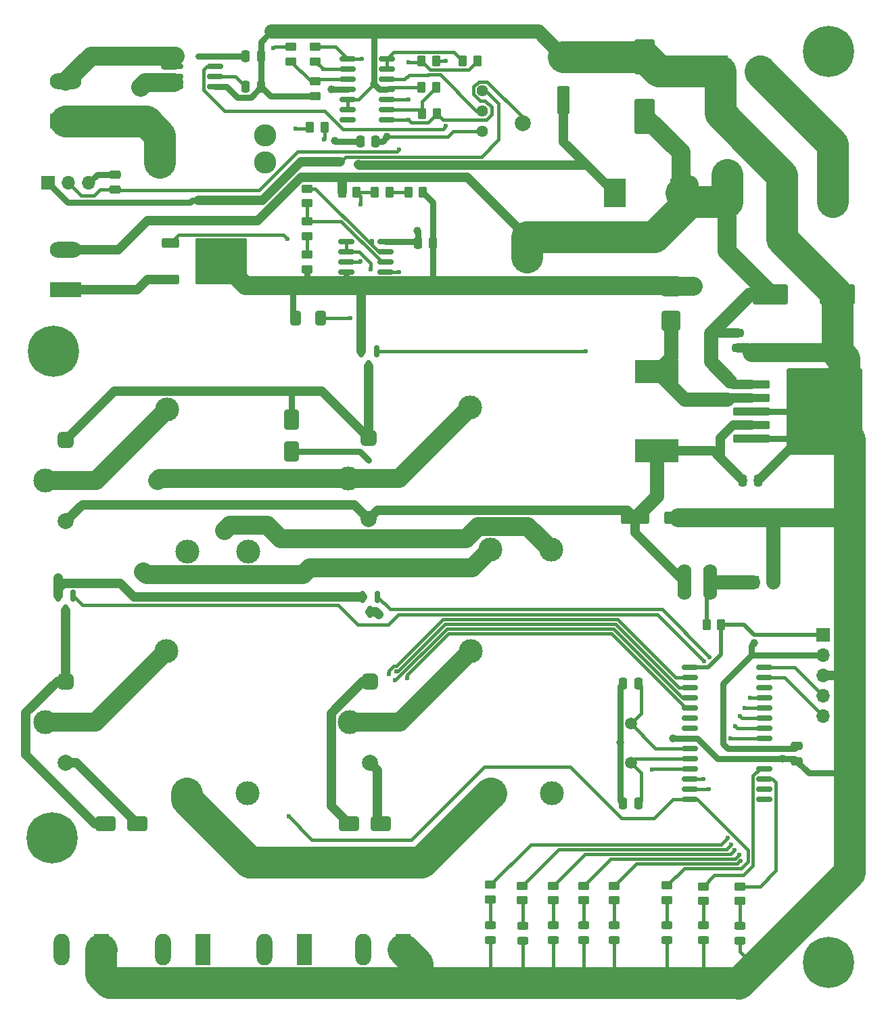
<source format=gtl>
G04 #@! TF.GenerationSoftware,KiCad,Pcbnew,8.0.5*
G04 #@! TF.CreationDate,2024-12-11T17:18:15+01:00*
G04 #@! TF.ProjectId,12VSupport,31325653-7570-4706-9f72-742e6b696361,1.0*
G04 #@! TF.SameCoordinates,Original*
G04 #@! TF.FileFunction,Copper,L1,Top*
G04 #@! TF.FilePolarity,Positive*
%FSLAX46Y46*%
G04 Gerber Fmt 4.6, Leading zero omitted, Abs format (unit mm)*
G04 Created by KiCad (PCBNEW 8.0.5) date 2024-12-11 17:18:15*
%MOMM*%
%LPD*%
G01*
G04 APERTURE LIST*
G04 Aperture macros list*
%AMRoundRect*
0 Rectangle with rounded corners*
0 $1 Rounding radius*
0 $2 $3 $4 $5 $6 $7 $8 $9 X,Y pos of 4 corners*
0 Add a 4 corners polygon primitive as box body*
4,1,4,$2,$3,$4,$5,$6,$7,$8,$9,$2,$3,0*
0 Add four circle primitives for the rounded corners*
1,1,$1+$1,$2,$3*
1,1,$1+$1,$4,$5*
1,1,$1+$1,$6,$7*
1,1,$1+$1,$8,$9*
0 Add four rect primitives between the rounded corners*
20,1,$1+$1,$2,$3,$4,$5,0*
20,1,$1+$1,$4,$5,$6,$7,0*
20,1,$1+$1,$6,$7,$8,$9,0*
20,1,$1+$1,$8,$9,$2,$3,0*%
G04 Aperture macros list end*
G04 #@! TA.AperFunction,SMDPad,CuDef*
%ADD10RoundRect,0.250000X-0.850000X-0.350000X0.850000X-0.350000X0.850000X0.350000X-0.850000X0.350000X0*%
G04 #@! TD*
G04 #@! TA.AperFunction,SMDPad,CuDef*
%ADD11RoundRect,0.250000X-1.275000X-1.125000X1.275000X-1.125000X1.275000X1.125000X-1.275000X1.125000X0*%
G04 #@! TD*
G04 #@! TA.AperFunction,SMDPad,CuDef*
%ADD12RoundRect,0.249997X-2.950003X-2.650003X2.950003X-2.650003X2.950003X2.650003X-2.950003X2.650003X0*%
G04 #@! TD*
G04 #@! TA.AperFunction,ComponentPad*
%ADD13C,0.800000*%
G04 #@! TD*
G04 #@! TA.AperFunction,ComponentPad*
%ADD14C,6.400000*%
G04 #@! TD*
G04 #@! TA.AperFunction,SMDPad,CuDef*
%ADD15RoundRect,0.250000X-0.250000X-0.475000X0.250000X-0.475000X0.250000X0.475000X-0.250000X0.475000X0*%
G04 #@! TD*
G04 #@! TA.AperFunction,SMDPad,CuDef*
%ADD16RoundRect,0.250000X-0.475000X0.250000X-0.475000X-0.250000X0.475000X-0.250000X0.475000X0.250000X0*%
G04 #@! TD*
G04 #@! TA.AperFunction,SMDPad,CuDef*
%ADD17RoundRect,0.250000X-0.450000X0.262500X-0.450000X-0.262500X0.450000X-0.262500X0.450000X0.262500X0*%
G04 #@! TD*
G04 #@! TA.AperFunction,SMDPad,CuDef*
%ADD18RoundRect,0.150000X-0.875000X-0.150000X0.875000X-0.150000X0.875000X0.150000X-0.875000X0.150000X0*%
G04 #@! TD*
G04 #@! TA.AperFunction,ComponentPad*
%ADD19R,1.980000X3.960000*%
G04 #@! TD*
G04 #@! TA.AperFunction,ComponentPad*
%ADD20O,1.980000X3.960000*%
G04 #@! TD*
G04 #@! TA.AperFunction,SMDPad,CuDef*
%ADD21RoundRect,0.250000X-0.262500X-0.450000X0.262500X-0.450000X0.262500X0.450000X-0.262500X0.450000X0*%
G04 #@! TD*
G04 #@! TA.AperFunction,SMDPad,CuDef*
%ADD22RoundRect,0.150000X-0.150000X0.587500X-0.150000X-0.587500X0.150000X-0.587500X0.150000X0.587500X0*%
G04 #@! TD*
G04 #@! TA.AperFunction,SMDPad,CuDef*
%ADD23RoundRect,0.243750X0.456250X-0.243750X0.456250X0.243750X-0.456250X0.243750X-0.456250X-0.243750X0*%
G04 #@! TD*
G04 #@! TA.AperFunction,ComponentPad*
%ADD24C,3.000000*%
G04 #@! TD*
G04 #@! TA.AperFunction,ComponentPad*
%ADD25RoundRect,0.500000X0.500000X0.500000X-0.500000X0.500000X-0.500000X-0.500000X0.500000X-0.500000X0*%
G04 #@! TD*
G04 #@! TA.AperFunction,ComponentPad*
%ADD26C,2.000000*%
G04 #@! TD*
G04 #@! TA.AperFunction,ComponentPad*
%ADD27C,2.780000*%
G04 #@! TD*
G04 #@! TA.AperFunction,ComponentPad*
%ADD28R,1.700000X1.700000*%
G04 #@! TD*
G04 #@! TA.AperFunction,ComponentPad*
%ADD29O,1.700000X1.700000*%
G04 #@! TD*
G04 #@! TA.AperFunction,SMDPad,CuDef*
%ADD30R,5.400000X2.900000*%
G04 #@! TD*
G04 #@! TA.AperFunction,SMDPad,CuDef*
%ADD31RoundRect,0.250000X1.000000X-1.950000X1.000000X1.950000X-1.000000X1.950000X-1.000000X-1.950000X0*%
G04 #@! TD*
G04 #@! TA.AperFunction,ComponentPad*
%ADD32R,3.960000X1.980000*%
G04 #@! TD*
G04 #@! TA.AperFunction,ComponentPad*
%ADD33O,3.960000X1.980000*%
G04 #@! TD*
G04 #@! TA.AperFunction,ComponentPad*
%ADD34C,1.500000*%
G04 #@! TD*
G04 #@! TA.AperFunction,SMDPad,CuDef*
%ADD35RoundRect,0.250000X0.650000X-1.000000X0.650000X1.000000X-0.650000X1.000000X-0.650000X-1.000000X0*%
G04 #@! TD*
G04 #@! TA.AperFunction,SMDPad,CuDef*
%ADD36RoundRect,0.250000X0.250000X0.475000X-0.250000X0.475000X-0.250000X-0.475000X0.250000X-0.475000X0*%
G04 #@! TD*
G04 #@! TA.AperFunction,SMDPad,CuDef*
%ADD37RoundRect,0.250000X1.000000X0.650000X-1.000000X0.650000X-1.000000X-0.650000X1.000000X-0.650000X0*%
G04 #@! TD*
G04 #@! TA.AperFunction,ComponentPad*
%ADD38C,1.440000*%
G04 #@! TD*
G04 #@! TA.AperFunction,SMDPad,CuDef*
%ADD39RoundRect,0.250000X0.450000X-0.262500X0.450000X0.262500X-0.450000X0.262500X-0.450000X-0.262500X0*%
G04 #@! TD*
G04 #@! TA.AperFunction,SMDPad,CuDef*
%ADD40RoundRect,0.250000X-1.500000X-0.550000X1.500000X-0.550000X1.500000X0.550000X-1.500000X0.550000X0*%
G04 #@! TD*
G04 #@! TA.AperFunction,SMDPad,CuDef*
%ADD41RoundRect,0.250000X-1.950000X-1.000000X1.950000X-1.000000X1.950000X1.000000X-1.950000X1.000000X0*%
G04 #@! TD*
G04 #@! TA.AperFunction,SMDPad,CuDef*
%ADD42RoundRect,0.250000X0.900000X-1.000000X0.900000X1.000000X-0.900000X1.000000X-0.900000X-1.000000X0*%
G04 #@! TD*
G04 #@! TA.AperFunction,ComponentPad*
%ADD43R,1.600000X1.600000*%
G04 #@! TD*
G04 #@! TA.AperFunction,ComponentPad*
%ADD44C,1.600000*%
G04 #@! TD*
G04 #@! TA.AperFunction,SMDPad,CuDef*
%ADD45RoundRect,0.150000X-0.825000X-0.150000X0.825000X-0.150000X0.825000X0.150000X-0.825000X0.150000X0*%
G04 #@! TD*
G04 #@! TA.AperFunction,SMDPad,CuDef*
%ADD46RoundRect,0.250000X-2.050000X-0.300000X2.050000X-0.300000X2.050000X0.300000X-2.050000X0.300000X0*%
G04 #@! TD*
G04 #@! TA.AperFunction,SMDPad,CuDef*
%ADD47RoundRect,0.250000X-2.025000X-2.375000X2.025000X-2.375000X2.025000X2.375000X-2.025000X2.375000X0*%
G04 #@! TD*
G04 #@! TA.AperFunction,SMDPad,CuDef*
%ADD48RoundRect,0.250002X-4.449998X-5.149998X4.449998X-5.149998X4.449998X5.149998X-4.449998X5.149998X0*%
G04 #@! TD*
G04 #@! TA.AperFunction,SMDPad,CuDef*
%ADD49RoundRect,0.250000X0.550000X-1.500000X0.550000X1.500000X-0.550000X1.500000X-0.550000X-1.500000X0*%
G04 #@! TD*
G04 #@! TA.AperFunction,SMDPad,CuDef*
%ADD50RoundRect,0.250000X0.475000X-0.250000X0.475000X0.250000X-0.475000X0.250000X-0.475000X-0.250000X0*%
G04 #@! TD*
G04 #@! TA.AperFunction,SMDPad,CuDef*
%ADD51R,2.700000X3.600000*%
G04 #@! TD*
G04 #@! TA.AperFunction,SMDPad,CuDef*
%ADD52O,1.750000X4.500000*%
G04 #@! TD*
G04 #@! TA.AperFunction,SMDPad,CuDef*
%ADD53RoundRect,0.250000X0.412500X0.650000X-0.412500X0.650000X-0.412500X-0.650000X0.412500X-0.650000X0*%
G04 #@! TD*
G04 #@! TA.AperFunction,ViaPad*
%ADD54C,1.000000*%
G04 #@! TD*
G04 #@! TA.AperFunction,ViaPad*
%ADD55C,0.600000*%
G04 #@! TD*
G04 #@! TA.AperFunction,ViaPad*
%ADD56C,1.200000*%
G04 #@! TD*
G04 #@! TA.AperFunction,Conductor*
%ADD57C,2.400000*%
G04 #@! TD*
G04 #@! TA.AperFunction,Conductor*
%ADD58C,1.800000*%
G04 #@! TD*
G04 #@! TA.AperFunction,Conductor*
%ADD59C,1.200000*%
G04 #@! TD*
G04 #@! TA.AperFunction,Conductor*
%ADD60C,4.000000*%
G04 #@! TD*
G04 #@! TA.AperFunction,Conductor*
%ADD61C,0.800000*%
G04 #@! TD*
G04 #@! TA.AperFunction,Conductor*
%ADD62C,0.400000*%
G04 #@! TD*
G04 #@! TA.AperFunction,Conductor*
%ADD63C,0.500000*%
G04 #@! TD*
G04 APERTURE END LIST*
D10*
X61565500Y-70370000D03*
D11*
X66190500Y-71125000D03*
X66190500Y-74175000D03*
D12*
X67865500Y-72650000D03*
D11*
X69540500Y-71125000D03*
X69540500Y-74175000D03*
D10*
X61565500Y-74930000D03*
D13*
X44336000Y-144780000D03*
X45038944Y-143082944D03*
X45038944Y-146477056D03*
X46736000Y-142380000D03*
D14*
X46736000Y-144780000D03*
D13*
X46736000Y-147180000D03*
X48433056Y-143082944D03*
X48433056Y-146477056D03*
X49136000Y-144780000D03*
D15*
X70955500Y-46990000D03*
X72855500Y-46990000D03*
D16*
X139954000Y-133289000D03*
X139954000Y-135189000D03*
D17*
X128225000Y-150852500D03*
X128225000Y-152677500D03*
D18*
X126590000Y-123444000D03*
X126590000Y-124714000D03*
X126590000Y-125984000D03*
X126590000Y-127254000D03*
X126590000Y-128524000D03*
X126590000Y-129794000D03*
X126590000Y-131064000D03*
X126590000Y-132334000D03*
X126590000Y-133604000D03*
X126590000Y-134874000D03*
X126590000Y-136144000D03*
X126590000Y-137414000D03*
X126590000Y-138684000D03*
X126590000Y-139954000D03*
X135890000Y-139954000D03*
X135890000Y-138684000D03*
X135890000Y-137414000D03*
X135890000Y-136144000D03*
X135890000Y-134874000D03*
X135890000Y-133604000D03*
X135890000Y-132334000D03*
X135890000Y-131064000D03*
X135890000Y-129794000D03*
X135890000Y-128524000D03*
X135890000Y-127254000D03*
X135890000Y-125984000D03*
X135890000Y-124714000D03*
X135890000Y-123444000D03*
D19*
X78283000Y-158750000D03*
D20*
X73283000Y-158750000D03*
D17*
X101600000Y-150647000D03*
X101600000Y-152472000D03*
D21*
X91289500Y-64008000D03*
X93114500Y-64008000D03*
D22*
X87310000Y-83898500D03*
X85410000Y-83898500D03*
X86360000Y-85773500D03*
D19*
X130331000Y-48895000D03*
D20*
X135331000Y-48895000D03*
D23*
X123698000Y-157577000D03*
X123698000Y-155702000D03*
D24*
X83945000Y-130310000D03*
X99145000Y-121410000D03*
X109285000Y-139210000D03*
X101685000Y-139210000D03*
D25*
X86485000Y-125210000D03*
D26*
X86485000Y-135410000D03*
D27*
X131185000Y-61793000D03*
X131185000Y-65193000D03*
X144393000Y-61793000D03*
X144393000Y-65193000D03*
D23*
X109474000Y-157577000D03*
X109474000Y-155702000D03*
D13*
X141537056Y-46401056D03*
X142240000Y-44704000D03*
X142240000Y-48098112D03*
X143937056Y-44001056D03*
D14*
X143937056Y-46401056D03*
D13*
X143937056Y-48801056D03*
X145634112Y-44704000D03*
X145634112Y-48098112D03*
X146337056Y-46401056D03*
D15*
X70960500Y-50800000D03*
X72860500Y-50800000D03*
D17*
X105537000Y-150774000D03*
X105537000Y-152599000D03*
D28*
X143256000Y-119385000D03*
D29*
X143256000Y-121925000D03*
X143256000Y-124465000D03*
X143256000Y-127005000D03*
X143256000Y-129545000D03*
D24*
X45845000Y-130310000D03*
X61045000Y-121410000D03*
X71185000Y-139210000D03*
X63585000Y-139210000D03*
D25*
X48385000Y-125210000D03*
D26*
X48385000Y-135410000D03*
D21*
X78994000Y-55880000D03*
X80819000Y-55880000D03*
D30*
X122435000Y-86490000D03*
X122435000Y-96390000D03*
D21*
X128627500Y-118110000D03*
X130452500Y-118110000D03*
D15*
X133162000Y-100076000D03*
X135062000Y-100076000D03*
D19*
X90678000Y-158750000D03*
D20*
X85678000Y-158750000D03*
D21*
X98124000Y-47625000D03*
X99949000Y-47625000D03*
X92964000Y-50927000D03*
X94789000Y-50927000D03*
X93044000Y-54229000D03*
X94869000Y-54229000D03*
X83011000Y-64008000D03*
X84836000Y-64008000D03*
D23*
X105664000Y-157704000D03*
X105664000Y-155829000D03*
D17*
X132797000Y-150852500D03*
X132797000Y-152677500D03*
D31*
X120904000Y-54500000D03*
X120904000Y-47100000D03*
D17*
X123698000Y-150750500D03*
X123698000Y-152575500D03*
D32*
X48410500Y-55165000D03*
D33*
X48410500Y-50165000D03*
D17*
X78636500Y-63580000D03*
X78636500Y-65405000D03*
X78636500Y-71835000D03*
X78636500Y-73660000D03*
D19*
X65583000Y-158750000D03*
D20*
X60583000Y-158750000D03*
D16*
X132595000Y-81600000D03*
X132595000Y-83500000D03*
D23*
X128225000Y-157607000D03*
X128225000Y-155732000D03*
D17*
X78636500Y-67667500D03*
X78636500Y-69492500D03*
D34*
X119175000Y-130519000D03*
X119175000Y-135419000D03*
D22*
X49360500Y-114457000D03*
X47460500Y-114457000D03*
X48410500Y-116332000D03*
D35*
X76708000Y-96488000D03*
X76708000Y-92488000D03*
D17*
X76604500Y-45823500D03*
X76604500Y-47648500D03*
D13*
X44463000Y-83947000D03*
X45165944Y-82249944D03*
X45165944Y-85644056D03*
X46863000Y-81547000D03*
D14*
X46863000Y-83947000D03*
D13*
X46863000Y-86347000D03*
X48560056Y-82249944D03*
X48560056Y-85644056D03*
X49263000Y-83947000D03*
D23*
X113284000Y-157577000D03*
X113284000Y-155702000D03*
D36*
X120076000Y-140462000D03*
X118176000Y-140462000D03*
D37*
X87852000Y-143002000D03*
X83852000Y-143002000D03*
D17*
X117094000Y-150774000D03*
X117094000Y-152599000D03*
D38*
X100584000Y-51308000D03*
X100584000Y-53848000D03*
X100584000Y-56388000D03*
D39*
X79652500Y-47648500D03*
X79652500Y-45823500D03*
D22*
X87460500Y-114632500D03*
X85560500Y-114632500D03*
X86510500Y-116507500D03*
D21*
X87098500Y-64008000D03*
X88923500Y-64008000D03*
D26*
X105664000Y-55372000D03*
D36*
X120076000Y-125476000D03*
X118176000Y-125476000D03*
D40*
X119735000Y-104775000D03*
X125135000Y-104775000D03*
D24*
X83818000Y-99830000D03*
X99018000Y-90930000D03*
X109158000Y-108730000D03*
X101558000Y-108730000D03*
D25*
X86358000Y-94730000D03*
D26*
X86358000Y-104930000D03*
D41*
X136650000Y-76835000D03*
X145050000Y-76835000D03*
D42*
X124206000Y-80128000D03*
X124206000Y-75828000D03*
D23*
X132842000Y-157655500D03*
X132842000Y-155780500D03*
D43*
X134453621Y-112776000D03*
D44*
X136953621Y-112776000D03*
D17*
X109474000Y-150774000D03*
X109474000Y-152599000D03*
D45*
X62125500Y-46990000D03*
X62125500Y-48260000D03*
X62125500Y-49530000D03*
X62125500Y-50800000D03*
X67075500Y-50800000D03*
X67075500Y-49530000D03*
X67075500Y-48260000D03*
X67075500Y-46990000D03*
X83527500Y-70231000D03*
X83527500Y-71501000D03*
X83527500Y-72771000D03*
X83527500Y-74041000D03*
X88477500Y-74041000D03*
X88477500Y-72771000D03*
X88477500Y-71501000D03*
X88477500Y-70231000D03*
D19*
X52883000Y-158750000D03*
D20*
X47883000Y-158750000D03*
D46*
X134240000Y-88040000D03*
X134240000Y-89740000D03*
X134240000Y-91440000D03*
D47*
X140965000Y-88665000D03*
X140965000Y-94215000D03*
D48*
X143390000Y-91440000D03*
D47*
X145815000Y-88665000D03*
X145815000Y-94215000D03*
D46*
X134240000Y-93140000D03*
X134240000Y-94840000D03*
D49*
X110744000Y-52484000D03*
X110744000Y-47084000D03*
D23*
X101600000Y-157577000D03*
X101600000Y-155702000D03*
D24*
X45887000Y-100086000D03*
X61087000Y-91186000D03*
X71227000Y-108986000D03*
X63627000Y-108986000D03*
D25*
X48427000Y-94986000D03*
D26*
X48427000Y-105186000D03*
D50*
X54610000Y-63688000D03*
X54610000Y-61788000D03*
D51*
X117135000Y-64135000D03*
X125435000Y-64135000D03*
D23*
X117094000Y-157577000D03*
X117094000Y-155702000D03*
D17*
X113284000Y-150774000D03*
X113284000Y-152599000D03*
D21*
X92964000Y-47625000D03*
X94789000Y-47625000D03*
D52*
X125883000Y-112776000D03*
X129133000Y-112776000D03*
D27*
X60198000Y-56896000D03*
X60198000Y-60296000D03*
X73406000Y-56896000D03*
X73406000Y-60296000D03*
D37*
X57372000Y-143002000D03*
X53372000Y-143002000D03*
D32*
X48410500Y-76200000D03*
D33*
X48410500Y-71200000D03*
D28*
X46228000Y-62865000D03*
D29*
X48768000Y-62865000D03*
X51308000Y-62865000D03*
D39*
X79652500Y-51966500D03*
X79652500Y-50141500D03*
D15*
X85283000Y-57658000D03*
X87183000Y-57658000D03*
D45*
X83696000Y-47371000D03*
X83696000Y-48641000D03*
X83696000Y-49911000D03*
X83696000Y-51181000D03*
X83696000Y-52451000D03*
X83696000Y-53721000D03*
X83696000Y-54991000D03*
X88646000Y-54991000D03*
X88646000Y-53721000D03*
X88646000Y-52451000D03*
X88646000Y-51181000D03*
X88646000Y-49911000D03*
X88646000Y-48641000D03*
X88646000Y-47371000D03*
D15*
X92484500Y-70358000D03*
X94384500Y-70358000D03*
D53*
X80302500Y-79756000D03*
X77177500Y-79756000D03*
D13*
X141491000Y-160401000D03*
X142193944Y-158703944D03*
X142193944Y-162098056D03*
X143891000Y-158001000D03*
D14*
X143891000Y-160401000D03*
D13*
X143891000Y-162801000D03*
X145588056Y-158703944D03*
X145588056Y-162098056D03*
X146291000Y-160401000D03*
D54*
X134620000Y-120396000D03*
X110744000Y-75741000D03*
X134112000Y-57912000D03*
X115316000Y-47100000D03*
X147066000Y-95504000D03*
X143510000Y-91440000D03*
X139446000Y-84074000D03*
X127000000Y-75819000D03*
X127762000Y-104775000D03*
X145050000Y-79248000D03*
X71120000Y-114632500D03*
X127762000Y-162930000D03*
X99822000Y-43911000D03*
X130331000Y-53340000D03*
X129286000Y-104775000D03*
X65913000Y-74295000D03*
X117825000Y-132842000D03*
X124460000Y-132334000D03*
X47498000Y-112268000D03*
X138946000Y-70731000D03*
X82550000Y-114632500D03*
X139700000Y-87122000D03*
X138085000Y-62992000D03*
X106680000Y-43911000D03*
X145050000Y-82042000D03*
X146558000Y-115316000D03*
X135878000Y-99302000D03*
X54532000Y-162892000D03*
X139700000Y-95504000D03*
X138176000Y-134874000D03*
X86868000Y-43911000D03*
X108458000Y-162930000D03*
X147066000Y-91440000D03*
X146515000Y-132207000D03*
X71120000Y-162930000D03*
X143327500Y-75112500D03*
X146515000Y-104648000D03*
X78740000Y-75741000D03*
X85471000Y-75741000D03*
X69977000Y-74295000D03*
X119634000Y-75741000D03*
X139700000Y-91440000D03*
X74168000Y-43911000D03*
X92456000Y-162930000D03*
X140589000Y-155067000D03*
X69977000Y-70993000D03*
X88646000Y-57091975D03*
X65913000Y-70993000D03*
X97790000Y-75741000D03*
X134366000Y-84074000D03*
X146515000Y-145034000D03*
X143510000Y-87122000D03*
X125476000Y-48895000D03*
X147066000Y-87122000D03*
X143510000Y-95504000D03*
X86995000Y-50504999D03*
D55*
X65024000Y-46990000D03*
X65024000Y-65024000D03*
X86358000Y-97575748D03*
D54*
X82804000Y-60198000D03*
X106172000Y-72136000D03*
X106172000Y-69596000D03*
X106172000Y-70866000D03*
D55*
X84074000Y-79756000D03*
X85344000Y-65532000D03*
X85344000Y-72644000D03*
X90170000Y-74041000D03*
X90152025Y-58691975D03*
D54*
X85090000Y-60579000D03*
X82105500Y-57594500D03*
X92456000Y-60665000D03*
X92456000Y-68834000D03*
X81661000Y-51181000D03*
D55*
X87630000Y-116840000D03*
X60706000Y-48260000D03*
X60706000Y-46990000D03*
X77216000Y-56030500D03*
D56*
X58166000Y-111506000D03*
X59944000Y-100076000D03*
X57785000Y-50927000D03*
D55*
X60706000Y-49530000D03*
X60706000Y-50800000D03*
X129032000Y-122174000D03*
X128905000Y-138684000D03*
X128332000Y-122682000D03*
X128270000Y-137414000D03*
X113538000Y-83898500D03*
X121793000Y-136271000D03*
X76138000Y-69850000D03*
X76327000Y-142113000D03*
X89789000Y-123952000D03*
X86741000Y-70104000D03*
X131318000Y-144780000D03*
X131612000Y-132334000D03*
X131699000Y-145669000D03*
X132212000Y-130810000D03*
X132812000Y-129540000D03*
X132110598Y-146354997D03*
X133412000Y-128524000D03*
X132696831Y-146919574D03*
X132909129Y-147690893D03*
X134112000Y-127254000D03*
X88900000Y-124333000D03*
X86614000Y-73660000D03*
X85471000Y-47371000D03*
X89662000Y-125095000D03*
X91186000Y-124841000D03*
X91313000Y-54991000D03*
X96012000Y-47625000D03*
X96012000Y-55753000D03*
D56*
X68285000Y-106385000D03*
D55*
X74422000Y-45974000D03*
X80772000Y-57404000D03*
X80645000Y-48641000D03*
X91313000Y-52451000D03*
X91313000Y-47752000D03*
D57*
X83810000Y-99822000D02*
X83818000Y-99830000D01*
X59944000Y-100076000D02*
X60198000Y-99822000D01*
X60198000Y-99822000D02*
X83810000Y-99822000D01*
D58*
X124206000Y-84719000D02*
X122435000Y-86490000D01*
X124206000Y-80128000D02*
X124206000Y-84719000D01*
D59*
X146510000Y-124465000D02*
X146515000Y-124460000D01*
X143256000Y-124465000D02*
X146510000Y-124465000D01*
D60*
X146515000Y-129540000D02*
X146515000Y-124460000D01*
X146515000Y-124460000D02*
X146515000Y-117221000D01*
D61*
X130712000Y-125473000D02*
X134260000Y-121925000D01*
X135890000Y-133604000D02*
X131318000Y-133604000D01*
X131318000Y-133604000D02*
X130712000Y-132998000D01*
X130712000Y-132998000D02*
X130712000Y-125473000D01*
D62*
X138430000Y-124714000D02*
X143256000Y-129540000D01*
X143256000Y-129540000D02*
X143256000Y-129545000D01*
X135890000Y-124714000D02*
X138430000Y-124714000D01*
X139695000Y-123444000D02*
X143256000Y-127005000D01*
X135890000Y-123444000D02*
X139695000Y-123444000D01*
D63*
X128627500Y-113281500D02*
X129133000Y-112776000D01*
X128627500Y-118110000D02*
X128627500Y-113281500D01*
D61*
X134260000Y-120756000D02*
X134620000Y-120396000D01*
X134260000Y-121925000D02*
X134260000Y-120756000D01*
X134260000Y-121925000D02*
X143256000Y-121925000D01*
D63*
X133350000Y-118110000D02*
X134625000Y-119385000D01*
X134625000Y-119385000D02*
X143256000Y-119385000D01*
X130452500Y-118110000D02*
X133350000Y-118110000D01*
X130452500Y-121814161D02*
X130452500Y-118110000D01*
X128822661Y-123444000D02*
X130452500Y-121814161D01*
X126590000Y-123444000D02*
X128822661Y-123444000D01*
D60*
X92456000Y-162930000D02*
X101600000Y-162930000D01*
D62*
X128225000Y-157607000D02*
X128225000Y-162467000D01*
D61*
X135890000Y-134874000D02*
X138176000Y-134874000D01*
X72860500Y-46995000D02*
X72855500Y-46990000D01*
X94384500Y-70358000D02*
X94384500Y-75383500D01*
D60*
X120904000Y-47100000D02*
X115316000Y-47100000D01*
D62*
X88900000Y-50927000D02*
X88646000Y-51181000D01*
D57*
X94742000Y-75741000D02*
X97790000Y-75741000D01*
D58*
X106680000Y-43911000D02*
X99822000Y-43911000D01*
D60*
X145050000Y-82042000D02*
X145050000Y-83820000D01*
X122699000Y-48895000D02*
X120904000Y-47100000D01*
D61*
X94384500Y-65278000D02*
X93114500Y-64008000D01*
D60*
X146515000Y-104902000D02*
X146515000Y-104648000D01*
D57*
X124119000Y-75741000D02*
X124206000Y-75828000D01*
D62*
X96215025Y-57091975D02*
X88646000Y-57091975D01*
D59*
X135104000Y-100076000D02*
X135878000Y-99302000D01*
D61*
X146261000Y-136652000D02*
X146515000Y-136398000D01*
D60*
X123571000Y-162930000D02*
X127762000Y-162930000D01*
D62*
X109474000Y-157577000D02*
X109474000Y-162676000D01*
D59*
X48116500Y-112919500D02*
X47460500Y-113575500D01*
D57*
X139446000Y-84074000D02*
X134366000Y-84074000D01*
D61*
X126590000Y-132334000D02*
X124460000Y-132334000D01*
D60*
X132631000Y-163025000D02*
X134747000Y-160909000D01*
D61*
X76858500Y-75844500D02*
X76962000Y-75741000D01*
D60*
X127762000Y-162930000D02*
X132536000Y-162930000D01*
D58*
X136953621Y-112776000D02*
X136953621Y-105076621D01*
D60*
X92456000Y-162930000D02*
X92456000Y-160528000D01*
X109728000Y-162930000D02*
X113792000Y-162930000D01*
D61*
X76858500Y-79756000D02*
X76858500Y-75844500D01*
X72855500Y-45223500D02*
X72855500Y-46990000D01*
X79652500Y-51966500D02*
X74027000Y-51966500D01*
X141417000Y-136652000D02*
X146261000Y-136652000D01*
D62*
X132842000Y-159004000D02*
X134747000Y-160909000D01*
D60*
X92456000Y-160528000D02*
X90678000Y-158750000D01*
D61*
X126590000Y-132334000D02*
X127508000Y-132334000D01*
D62*
X128195000Y-157577000D02*
X128225000Y-157607000D01*
D61*
X134240000Y-91440000D02*
X143390000Y-91440000D01*
D60*
X54532000Y-162892000D02*
X54570000Y-162930000D01*
D61*
X72855500Y-50795000D02*
X72860500Y-50800000D01*
D62*
X113284000Y-157577000D02*
X113284000Y-162422000D01*
D61*
X88646000Y-51181000D02*
X87671001Y-51181000D01*
D60*
X101600000Y-162930000D02*
X105664000Y-162930000D01*
X52832000Y-158801000D02*
X52883000Y-158750000D01*
D57*
X78740000Y-75741000D02*
X83566000Y-75741000D01*
X146825000Y-94875000D02*
X143390000Y-91440000D01*
D61*
X68580000Y-50800000D02*
X69905000Y-52125000D01*
D60*
X145815000Y-84839000D02*
X145050000Y-84074000D01*
X138085000Y-61885000D02*
X134112000Y-57912000D01*
D58*
X99822000Y-43911000D02*
X94234000Y-43911000D01*
D61*
X52385000Y-61788000D02*
X54610000Y-61788000D01*
D57*
X83566000Y-75741000D02*
X85471000Y-75741000D01*
D62*
X123698000Y-162803000D02*
X123571000Y-162930000D01*
D60*
X113792000Y-162930000D02*
X117348000Y-162930000D01*
D61*
X127508000Y-132334000D02*
X130048000Y-134874000D01*
X69905000Y-52125000D02*
X71573000Y-52125000D01*
X94384500Y-70358000D02*
X94384500Y-65278000D01*
X130048000Y-134874000D02*
X135890000Y-134874000D01*
D57*
X146388000Y-104775000D02*
X146515000Y-104902000D01*
D60*
X145050000Y-76835000D02*
X145050000Y-79248000D01*
D61*
X67075500Y-50800000D02*
X68580000Y-50800000D01*
D62*
X105664000Y-157704000D02*
X105664000Y-162930000D01*
D60*
X53926000Y-162892000D02*
X52832000Y-161798000D01*
D62*
X83696000Y-52451000D02*
X85048999Y-52451000D01*
D60*
X108458000Y-162930000D02*
X109728000Y-162930000D01*
D62*
X117094000Y-157577000D02*
X117094000Y-162676000D01*
D60*
X146515000Y-112776000D02*
X146515000Y-104902000D01*
D61*
X83527500Y-74041000D02*
X83527500Y-75702500D01*
D60*
X52832000Y-161798000D02*
X52832000Y-158801000D01*
D57*
X136652000Y-104775000D02*
X146388000Y-104775000D01*
D59*
X132595000Y-83500000D02*
X133792000Y-83500000D01*
D58*
X107571000Y-43911000D02*
X110744000Y-47084000D01*
X86868000Y-43911000D02*
X74168000Y-43911000D01*
D57*
X126991000Y-75828000D02*
X124206000Y-75828000D01*
X127762000Y-104775000D02*
X129286000Y-104775000D01*
D60*
X145050000Y-79248000D02*
X145050000Y-82042000D01*
D62*
X129635000Y-163025000D02*
X132631000Y-163025000D01*
D57*
X110744000Y-75741000D02*
X119634000Y-75741000D01*
D60*
X105664000Y-162930000D02*
X108458000Y-162930000D01*
D61*
X94384500Y-75383500D02*
X94742000Y-75741000D01*
X72860500Y-50837500D02*
X72860500Y-50800000D01*
D60*
X134112000Y-57912000D02*
X130331000Y-54131000D01*
D58*
X106680000Y-43911000D02*
X107571000Y-43911000D01*
D60*
X125476000Y-48895000D02*
X122699000Y-48895000D01*
D59*
X47460500Y-114457000D02*
X47498000Y-114419500D01*
D60*
X115316000Y-47100000D02*
X110760000Y-47100000D01*
D62*
X85048999Y-52451000D02*
X86995000Y-50504999D01*
D58*
X136953621Y-105076621D02*
X136652000Y-104775000D01*
D60*
X146515000Y-104648000D02*
X146515000Y-94915000D01*
D61*
X87183000Y-57658000D02*
X88079975Y-57658000D01*
X74168000Y-43911000D02*
X72855500Y-45223500D01*
X78636500Y-73660000D02*
X78636500Y-75637500D01*
D57*
X67865500Y-72650000D02*
X70956500Y-75741000D01*
D59*
X133792000Y-83500000D02*
X134366000Y-84074000D01*
D61*
X71573000Y-52125000D02*
X72860500Y-50837500D01*
D62*
X101600000Y-157577000D02*
X101600000Y-162930000D01*
D60*
X140589000Y-155067000D02*
X134747000Y-160909000D01*
D62*
X113284000Y-162422000D02*
X113792000Y-162930000D01*
D61*
X74027000Y-51966500D02*
X72860500Y-50800000D01*
D60*
X138085000Y-69870000D02*
X138085000Y-62992000D01*
D59*
X85560500Y-114632500D02*
X82550000Y-114632500D01*
D57*
X70956500Y-75741000D02*
X76962000Y-75741000D01*
D62*
X117094000Y-162676000D02*
X117348000Y-162930000D01*
D59*
X82550000Y-114632500D02*
X71120000Y-114632500D01*
D61*
X83527500Y-75702500D02*
X83566000Y-75741000D01*
X86995000Y-50504999D02*
X86995000Y-43911000D01*
D59*
X135062000Y-100076000D02*
X135104000Y-100076000D01*
D62*
X96919000Y-56388000D02*
X100584000Y-56388000D01*
D61*
X134240000Y-94840000D02*
X140340000Y-94840000D01*
D60*
X146515000Y-94915000D02*
X145815000Y-94215000D01*
X117348000Y-162930000D02*
X123571000Y-162930000D01*
D61*
X117825000Y-125827000D02*
X118176000Y-125476000D01*
X139954000Y-135189000D02*
X141417000Y-136652000D01*
X140340000Y-94840000D02*
X140965000Y-94215000D01*
D60*
X145815000Y-88665000D02*
X145815000Y-84839000D01*
D61*
X88079975Y-57658000D02*
X88646000Y-57091975D01*
D60*
X132536000Y-162930000D02*
X132631000Y-163025000D01*
D57*
X76962000Y-75741000D02*
X78740000Y-75741000D01*
D59*
X85410000Y-75929000D02*
X85598000Y-75741000D01*
D61*
X118176000Y-140462000D02*
X117825000Y-140111000D01*
D60*
X130331000Y-53340000D02*
X130331000Y-48895000D01*
D59*
X55261500Y-112919500D02*
X48116500Y-112919500D01*
D60*
X145050000Y-83820000D02*
X145050000Y-84074000D01*
D61*
X72855500Y-46990000D02*
X72855500Y-50795000D01*
D57*
X85471000Y-75741000D02*
X85598000Y-75741000D01*
D60*
X143327500Y-75112500D02*
X138946000Y-70731000D01*
D57*
X85598000Y-75741000D02*
X94742000Y-75741000D01*
D60*
X146515000Y-136398000D02*
X146515000Y-132207000D01*
D59*
X47460500Y-113575500D02*
X47460500Y-114457000D01*
D62*
X129495000Y-162885000D02*
X129635000Y-163025000D01*
D60*
X130331000Y-54131000D02*
X130331000Y-53340000D01*
X54570000Y-162930000D02*
X71120000Y-162930000D01*
X140589000Y-155067000D02*
X146515000Y-149141000D01*
D61*
X138176000Y-134874000D02*
X139639000Y-134874000D01*
X117825000Y-140111000D02*
X117825000Y-132842000D01*
D60*
X145050000Y-76835000D02*
X143327500Y-75112500D01*
X146515000Y-145034000D02*
X146515000Y-136398000D01*
D57*
X97790000Y-75741000D02*
X110744000Y-75741000D01*
D61*
X78636500Y-75637500D02*
X78740000Y-75741000D01*
D60*
X146515000Y-149141000D02*
X146515000Y-145034000D01*
D62*
X92964000Y-50927000D02*
X88900000Y-50927000D01*
X132842000Y-157655500D02*
X132842000Y-159004000D01*
D60*
X146515000Y-132207000D02*
X146515000Y-129540000D01*
D58*
X94234000Y-43911000D02*
X86995000Y-43911000D01*
D61*
X139639000Y-134874000D02*
X139954000Y-135189000D01*
X117825000Y-132842000D02*
X117825000Y-125827000D01*
D62*
X109474000Y-162676000D02*
X109728000Y-162930000D01*
D60*
X130331000Y-48895000D02*
X125476000Y-48895000D01*
X54532000Y-162892000D02*
X53926000Y-162892000D01*
D62*
X132793500Y-157607000D02*
X132842000Y-157655500D01*
D60*
X146515000Y-117221000D02*
X146515000Y-112776000D01*
X138946000Y-70731000D02*
X138085000Y-69870000D01*
D57*
X127000000Y-75819000D02*
X126991000Y-75828000D01*
X125135000Y-104775000D02*
X127762000Y-104775000D01*
D59*
X136386000Y-98794000D02*
X140965000Y-94215000D01*
D57*
X145050000Y-84074000D02*
X139446000Y-84074000D01*
X129286000Y-104775000D02*
X136652000Y-104775000D01*
D61*
X51308000Y-62865000D02*
X52385000Y-61788000D01*
D60*
X138085000Y-62992000D02*
X138085000Y-61885000D01*
D59*
X85410000Y-83898500D02*
X85410000Y-75929000D01*
X56974500Y-114632500D02*
X55261500Y-112919500D01*
D60*
X110760000Y-47100000D02*
X110744000Y-47084000D01*
D57*
X119634000Y-75741000D02*
X124119000Y-75741000D01*
D61*
X87671001Y-51181000D02*
X86995000Y-50504999D01*
D59*
X71120000Y-114632500D02*
X56974500Y-114632500D01*
D62*
X128225000Y-162467000D02*
X127762000Y-162930000D01*
D60*
X92456000Y-162930000D02*
X71120000Y-162930000D01*
D62*
X83696000Y-53721000D02*
X83696000Y-52451000D01*
D59*
X135878000Y-99302000D02*
X136386000Y-98794000D01*
D62*
X96215025Y-57091975D02*
X96919000Y-56388000D01*
X123698000Y-157577000D02*
X123698000Y-162803000D01*
D59*
X47498000Y-114419500D02*
X47498000Y-112268000D01*
D61*
X64262000Y-65024000D02*
X64021000Y-65265000D01*
D62*
X102616000Y-57404000D02*
X102616000Y-52959000D01*
D59*
X87410000Y-136335000D02*
X87410000Y-142560000D01*
D62*
X100965000Y-51308000D02*
X100584000Y-51308000D01*
D59*
X87410000Y-136335000D02*
X86485000Y-135410000D01*
X49780000Y-135410000D02*
X57372000Y-143002000D01*
X84552000Y-103124000D02*
X86358000Y-104930000D01*
X48385000Y-135410000D02*
X49780000Y-135410000D01*
D61*
X86358000Y-97575748D02*
X85270252Y-96488000D01*
D59*
X87725001Y-142875001D02*
X87852000Y-142875001D01*
X133162000Y-100076000D02*
X129476000Y-96390000D01*
D62*
X83423001Y-59578999D02*
X100441001Y-59578999D01*
D59*
X48427000Y-105186000D02*
X50489000Y-103124000D01*
D61*
X48628000Y-65265000D02*
X46228000Y-62865000D01*
X67075500Y-46990000D02*
X65024000Y-46990000D01*
D62*
X82804000Y-60198000D02*
X83423001Y-59578999D01*
D59*
X130335000Y-94745000D02*
X130335000Y-97249000D01*
X82804000Y-60198000D02*
X77834250Y-60198000D01*
X73008250Y-65024000D02*
X65024000Y-65024000D01*
X77834250Y-60198000D02*
X73008250Y-65024000D01*
X119735000Y-104775000D02*
X118790000Y-103830000D01*
D61*
X85270252Y-96488000D02*
X76708000Y-96488000D01*
D59*
X87458000Y-103830000D02*
X86358000Y-104930000D01*
D58*
X122435000Y-102075000D02*
X119735000Y-104775000D01*
D59*
X119735000Y-106628000D02*
X125883000Y-112776000D01*
D61*
X65024000Y-65024000D02*
X64262000Y-65024000D01*
D59*
X129476000Y-96390000D02*
X122435000Y-96390000D01*
X119735000Y-104775000D02*
X119735000Y-106628000D01*
X118790000Y-103830000D02*
X87458000Y-103830000D01*
X134240000Y-93140000D02*
X131940000Y-93140000D01*
D61*
X67075500Y-46990000D02*
X70955500Y-46990000D01*
X64021000Y-65265000D02*
X48628000Y-65265000D01*
D59*
X131940000Y-93140000D02*
X130335000Y-94745000D01*
D58*
X122435000Y-96390000D02*
X122435000Y-102075000D01*
D59*
X87410000Y-142560000D02*
X87725001Y-142875001D01*
D62*
X102616000Y-52959000D02*
X100965000Y-51308000D01*
X100441001Y-59578999D02*
X102616000Y-57404000D01*
D59*
X50489000Y-103124000D02*
X84552000Y-103124000D01*
D57*
X131185000Y-71370000D02*
X131185000Y-65193000D01*
D59*
X136523000Y-76962000D02*
X136650000Y-76835000D01*
D57*
X125435000Y-64135000D02*
X125435000Y-59031000D01*
D59*
X58674000Y-67564000D02*
X72448148Y-67564000D01*
D60*
X63585000Y-140005500D02*
X63585000Y-139210000D01*
D58*
X129159000Y-85217000D02*
X131572000Y-87630000D01*
D59*
X83058000Y-62153000D02*
X98729000Y-62153000D01*
D60*
X71407500Y-147828000D02*
X63585000Y-140005500D01*
D59*
X55038000Y-71200000D02*
X58674000Y-67564000D01*
D57*
X125435000Y-59031000D02*
X120904000Y-54500000D01*
D60*
X131185000Y-65193000D02*
X126493000Y-65193000D01*
D58*
X133985000Y-76835000D02*
X129159000Y-81661000D01*
D57*
X136650000Y-76835000D02*
X131185000Y-71370000D01*
D60*
X131185000Y-65193000D02*
X131185000Y-61793000D01*
D59*
X48410500Y-71200000D02*
X55038000Y-71200000D01*
X83011000Y-62200000D02*
X83011000Y-64008000D01*
D60*
X126493000Y-65193000D02*
X125435000Y-64135000D01*
D59*
X134240000Y-88040000D02*
X131982000Y-88040000D01*
D58*
X129159000Y-81661000D02*
X129159000Y-85217000D01*
D59*
X77859148Y-62153000D02*
X83058000Y-62153000D01*
D60*
X101685000Y-139210000D02*
X101582000Y-139210000D01*
X126493000Y-65193000D02*
X122090000Y-69596000D01*
D59*
X83058000Y-62153000D02*
X83011000Y-62200000D01*
D57*
X126490000Y-63080000D02*
X125435000Y-64135000D01*
D60*
X122090000Y-69596000D02*
X106172000Y-69596000D01*
D59*
X98729000Y-62153000D02*
X106172000Y-69596000D01*
D58*
X136650000Y-76835000D02*
X133985000Y-76835000D01*
D59*
X72448148Y-67564000D02*
X77859148Y-62153000D01*
X129220000Y-81600000D02*
X129159000Y-81661000D01*
X132595000Y-81600000D02*
X129220000Y-81600000D01*
X131982000Y-88040000D02*
X131572000Y-87630000D01*
D60*
X101582000Y-139210000D02*
X92964000Y-147828000D01*
X92964000Y-147828000D02*
X71407500Y-147828000D01*
X106172000Y-72136000D02*
X106172000Y-69596000D01*
D62*
X85344000Y-65532000D02*
X85344000Y-64516000D01*
X80458500Y-79756000D02*
X84074000Y-79756000D01*
X84836000Y-64008000D02*
X87098500Y-64008000D01*
X83527500Y-72771000D02*
X85217000Y-72771000D01*
X85217000Y-72771000D02*
X85344000Y-72644000D01*
X85344000Y-64516000D02*
X84836000Y-64008000D01*
X52747742Y-63688000D02*
X54610000Y-63688000D01*
X48768000Y-62865000D02*
X50368000Y-64465000D01*
X72644000Y-63754000D02*
X54676000Y-63754000D01*
D61*
X48768000Y-62870584D02*
X48768000Y-62865000D01*
D62*
X51970742Y-64465000D02*
X52747742Y-63688000D01*
X89916000Y-58928000D02*
X77470000Y-58928000D01*
X90152025Y-58691975D02*
X89916000Y-58928000D01*
X54676000Y-63754000D02*
X54610000Y-63688000D01*
X50368000Y-64465000D02*
X51970742Y-64465000D01*
X77470000Y-58928000D02*
X72644000Y-63754000D01*
X90170000Y-74041000D02*
X88477500Y-74041000D01*
D61*
X88477500Y-70231000D02*
X92357500Y-70231000D01*
D59*
X113665000Y-60665000D02*
X92456000Y-60665000D01*
D61*
X92357500Y-70231000D02*
X92484500Y-70358000D01*
X82169000Y-57658000D02*
X82105500Y-57594500D01*
D59*
X110744000Y-57744000D02*
X110744000Y-52484000D01*
D61*
X85283000Y-57658000D02*
X82169000Y-57658000D01*
X92484500Y-70358000D02*
X92484500Y-68862500D01*
D59*
X85176000Y-60665000D02*
X85090000Y-60579000D01*
X113665000Y-60665000D02*
X110744000Y-57744000D01*
D61*
X92484500Y-68862500D02*
X92456000Y-68834000D01*
D59*
X113665000Y-60665000D02*
X117135000Y-64135000D01*
X92456000Y-60665000D02*
X85176000Y-60665000D01*
D61*
X83696000Y-51181000D02*
X81661000Y-51181000D01*
D62*
X70960500Y-50800000D02*
X69690500Y-49530000D01*
X69690500Y-49530000D02*
X67075500Y-49530000D01*
X126590000Y-134874000D02*
X119720000Y-134874000D01*
X120440000Y-140098000D02*
X120440000Y-136684000D01*
X120440000Y-136684000D02*
X119175000Y-135419000D01*
X119720000Y-134874000D02*
X119175000Y-135419000D01*
X120076000Y-140462000D02*
X120440000Y-140098000D01*
X83696000Y-49911000D02*
X79883000Y-49911000D01*
X79097500Y-50141500D02*
X76604500Y-47648500D01*
X79652500Y-50141500D02*
X79097500Y-50141500D01*
X79883000Y-49911000D02*
X79652500Y-50141500D01*
X122260000Y-133604000D02*
X119175000Y-130519000D01*
X126590000Y-133604000D02*
X122260000Y-133604000D01*
X119175000Y-130519000D02*
X120440000Y-129254000D01*
X120440000Y-125840000D02*
X120076000Y-125476000D01*
X120440000Y-129254000D02*
X120440000Y-125840000D01*
D58*
X131182164Y-89916000D02*
X125861000Y-89916000D01*
D59*
X131358164Y-89740000D02*
X131182164Y-89916000D01*
D58*
X125861000Y-89916000D02*
X122435000Y-86490000D01*
D59*
X134240000Y-89740000D02*
X131358164Y-89740000D01*
X86358000Y-90093500D02*
X86360000Y-90091500D01*
X54527000Y-88886000D02*
X76708000Y-88886000D01*
X48427000Y-94986000D02*
X54527000Y-88886000D01*
D61*
X76708000Y-92488000D02*
X76708000Y-88886000D01*
D59*
X80514000Y-88886000D02*
X86358000Y-94730000D01*
X76708000Y-88886000D02*
X80514000Y-88886000D01*
X86360000Y-90091500D02*
X86360000Y-85773500D01*
X86358000Y-94730000D02*
X86358000Y-90093500D01*
X48410500Y-116332000D02*
X48410500Y-125184500D01*
X43434000Y-129161000D02*
X43434000Y-134366000D01*
X47385000Y-125210000D02*
X43434000Y-129161000D01*
X43434000Y-134366000D02*
X52070000Y-143002000D01*
X48385000Y-125210000D02*
X47385000Y-125210000D01*
X52070000Y-143002000D02*
X53372000Y-143002000D01*
X48410500Y-125184500D02*
X48385000Y-125210000D01*
X81645000Y-140795000D02*
X83725001Y-142875001D01*
X87630000Y-116840000D02*
X87297500Y-116507500D01*
X87297500Y-116507500D02*
X86510500Y-116507500D01*
X81645000Y-129175000D02*
X81645000Y-140795000D01*
X85610000Y-125210000D02*
X81645000Y-129175000D01*
X83725001Y-142875001D02*
X83852000Y-142875001D01*
X86485000Y-125210000D02*
X85610000Y-125210000D01*
D62*
X132797000Y-155735500D02*
X132842000Y-155780500D01*
X132797000Y-152677500D02*
X132797000Y-155735500D01*
X128225000Y-152677500D02*
X128225000Y-155732000D01*
X123698000Y-152575500D02*
X123698000Y-155702000D01*
X101600000Y-155702000D02*
X101600000Y-152472000D01*
X105664000Y-155829000D02*
X105664000Y-152726000D01*
X105664000Y-152726000D02*
X105537000Y-152599000D01*
X109474000Y-155702000D02*
X109474000Y-152599000D01*
X113284000Y-152599000D02*
X113284000Y-155702000D01*
X117094000Y-152599000D02*
X117094000Y-155702000D01*
D57*
X61087000Y-91186000D02*
X52187000Y-100086000D01*
X52187000Y-100086000D02*
X45887000Y-100086000D01*
D60*
X48410500Y-55165000D02*
X58467000Y-55165000D01*
X58467000Y-55165000D02*
X60198000Y-56896000D01*
X60198000Y-56896000D02*
X60198000Y-60296000D01*
X144393000Y-61793000D02*
X144393000Y-58033000D01*
X144393000Y-61793000D02*
X144393000Y-65193000D01*
X144393000Y-58033000D02*
X135331000Y-48971000D01*
X135331000Y-48971000D02*
X135331000Y-48895000D01*
D61*
X60706000Y-48260000D02*
X60706000Y-46990000D01*
X62125500Y-48260000D02*
X60706000Y-48260000D01*
D57*
X51585500Y-46990000D02*
X62125500Y-46990000D01*
X48410500Y-50165000D02*
X51585500Y-46990000D01*
D62*
X77216000Y-56030500D02*
X78843500Y-56030500D01*
X78843500Y-56030500D02*
X78994000Y-55880000D01*
D57*
X99145000Y-121410000D02*
X90245000Y-130310000D01*
X90245000Y-130310000D02*
X83945000Y-130310000D01*
X61045000Y-121410000D02*
X52145000Y-130310000D01*
X52145000Y-130310000D02*
X45845000Y-130310000D01*
X78994000Y-110998000D02*
X99290000Y-110998000D01*
X99290000Y-110998000D02*
X101558000Y-108730000D01*
X58166000Y-111506000D02*
X58546000Y-111886000D01*
X58546000Y-111886000D02*
X78106000Y-111886000D01*
X78106000Y-111886000D02*
X78994000Y-110998000D01*
D59*
X57404000Y-76200000D02*
X58674000Y-74930000D01*
X48410500Y-76200000D02*
X57404000Y-76200000D01*
X58674000Y-74930000D02*
X61565500Y-74930000D01*
D57*
X99018000Y-90930000D02*
X90118000Y-99830000D01*
X58420000Y-50292000D02*
X61976000Y-50292000D01*
X57785000Y-50927000D02*
X58420000Y-50292000D01*
X90118000Y-99830000D02*
X83818000Y-99830000D01*
D62*
X129032000Y-122174000D02*
X123063000Y-116205000D01*
X123063000Y-116205000D02*
X89033000Y-116205000D01*
X89033000Y-116205000D02*
X87460500Y-114632500D01*
X128905000Y-138684000D02*
X126590000Y-138684000D01*
X126590000Y-137414000D02*
X128270000Y-137414000D01*
X84963000Y-118110000D02*
X82485501Y-115632501D01*
X90043000Y-116840000D02*
X88773000Y-118110000D01*
X88773000Y-118110000D02*
X84963000Y-118110000D01*
X128332000Y-122682000D02*
X122490000Y-116840000D01*
X122490000Y-116840000D02*
X90043000Y-116840000D01*
X82485501Y-115632501D02*
X50536001Y-115632501D01*
X50536001Y-115632501D02*
X49360500Y-114457000D01*
X121920000Y-136144000D02*
X126590000Y-136144000D01*
X113538000Y-83898500D02*
X87310000Y-83898500D01*
X121793000Y-136271000D02*
X121920000Y-136144000D01*
X126590000Y-139954000D02*
X127508000Y-139954000D01*
X124460000Y-139954000D02*
X126590000Y-139954000D01*
X125836500Y-148612000D02*
X123698000Y-150750500D01*
X133858000Y-147731972D02*
X132977972Y-148612000D01*
X127508000Y-139954000D02*
X133858000Y-146304000D01*
X62585500Y-69350000D02*
X75638000Y-69350000D01*
X133858000Y-146304000D02*
X133858000Y-147731972D01*
X61565500Y-70370000D02*
X62585500Y-69350000D01*
X122047000Y-142367000D02*
X124460000Y-139954000D01*
X132977972Y-148612000D02*
X125836500Y-148612000D01*
X118031834Y-142367000D02*
X122047000Y-142367000D01*
X75638000Y-69350000D02*
X76138000Y-69850000D01*
X111554834Y-135890000D02*
X118031834Y-142367000D01*
X79248000Y-145034000D02*
X91694000Y-145034000D01*
X91694000Y-145034000D02*
X100838000Y-135890000D01*
X100838000Y-135890000D02*
X111554834Y-135890000D01*
X76327000Y-142113000D02*
X79248000Y-145034000D01*
X88477500Y-71501000D02*
X87569054Y-71501000D01*
X87569054Y-71501000D02*
X86647027Y-70578973D01*
X89956472Y-123952000D02*
X89789000Y-123952000D01*
X86647027Y-70578973D02*
X79648054Y-63580000D01*
X79648054Y-63580000D02*
X78636500Y-63580000D01*
X95868472Y-118040000D02*
X89956472Y-123952000D01*
X117266082Y-118040000D02*
X95868472Y-118040000D01*
X86741000Y-70485000D02*
X86647027Y-70578973D01*
X86741000Y-70104000D02*
X86741000Y-70485000D01*
X125210082Y-125984000D02*
X117266082Y-118040000D01*
X126590000Y-125984000D02*
X125210082Y-125984000D01*
X87990526Y-72771000D02*
X88477500Y-72771000D01*
X82887026Y-67667500D02*
X87990526Y-72771000D01*
X78636500Y-67667500D02*
X78636500Y-65405000D01*
X78636500Y-67667500D02*
X82887026Y-67667500D01*
X78636500Y-69492500D02*
X78636500Y-71835000D01*
X88923500Y-64008000D02*
X91289500Y-64008000D01*
X137315000Y-148874500D02*
X137315000Y-137823000D01*
X137315000Y-148874500D02*
X135337000Y-150852500D01*
X135337000Y-150852500D02*
X132797000Y-150852500D01*
X137315000Y-137823000D02*
X136906000Y-137414000D01*
X136906000Y-137414000D02*
X135890000Y-137414000D01*
X134465000Y-148237000D02*
X133223000Y-149479000D01*
X135890000Y-136144000D02*
X135353026Y-136144000D01*
X134465000Y-137032026D02*
X134465000Y-148237000D01*
X135353026Y-136144000D02*
X134465000Y-137032026D01*
X133223000Y-149479000D02*
X129598500Y-149479000D01*
X129598500Y-149479000D02*
X128225000Y-150852500D01*
X106635000Y-145612000D02*
X101600000Y-150647000D01*
X135890000Y-132334000D02*
X131612000Y-132334000D01*
X130486000Y-145612000D02*
X106635000Y-145612000D01*
X131318000Y-144780000D02*
X130486000Y-145612000D01*
X135890000Y-131064000D02*
X132466000Y-131064000D01*
X131699000Y-145669000D02*
X131156000Y-146212000D01*
X131156000Y-146212000D02*
X110099000Y-146212000D01*
X132466000Y-131064000D02*
X132212000Y-130810000D01*
X110099000Y-146212000D02*
X105537000Y-150774000D01*
X132110598Y-146354997D02*
X131653595Y-146812000D01*
X113436000Y-146812000D02*
X109474000Y-150774000D01*
X133066000Y-129794000D02*
X132812000Y-129540000D01*
X135890000Y-129794000D02*
X133066000Y-129794000D01*
X131653595Y-146812000D02*
X113436000Y-146812000D01*
X132696831Y-146919574D02*
X132690476Y-146919574D01*
X132690476Y-146919574D02*
X132198050Y-147412000D01*
X132198050Y-147412000D02*
X116646000Y-147412000D01*
X116646000Y-147412000D02*
X113284000Y-150774000D01*
X133412000Y-128524000D02*
X135890000Y-128524000D01*
X132446578Y-148012000D02*
X119856000Y-148012000D01*
X119856000Y-148012000D02*
X117094000Y-150774000D01*
X132909129Y-147690893D02*
X132767685Y-147690893D01*
X135890000Y-127254000D02*
X134112000Y-127254000D01*
X132767685Y-147690893D02*
X132446578Y-148012000D01*
X85190950Y-71501000D02*
X86614000Y-72924050D01*
X95619944Y-117440000D02*
X117514610Y-117440000D01*
X89807944Y-123252000D02*
X95619944Y-117440000D01*
X124788610Y-124714000D02*
X126590000Y-124714000D01*
X88900000Y-123851050D02*
X89499050Y-123252000D01*
X83527500Y-71501000D02*
X85190950Y-71501000D01*
X88900000Y-124333000D02*
X88900000Y-123851050D01*
X83527500Y-71501000D02*
X83527500Y-70231000D01*
X89499050Y-123252000D02*
X89807944Y-123252000D01*
X117514610Y-117440000D02*
X124788610Y-124714000D01*
X86614000Y-72924050D02*
X86614000Y-73660000D01*
X117017554Y-118640000D02*
X125631554Y-127254000D01*
X79652500Y-45823500D02*
X82148500Y-45823500D01*
X125631554Y-127254000D02*
X126590000Y-127254000D01*
X85471000Y-47371000D02*
X83696000Y-47371000D01*
X89662000Y-125095000D02*
X96117000Y-118640000D01*
X96117000Y-118640000D02*
X117017554Y-118640000D01*
X82148500Y-45823500D02*
X83696000Y-47371000D01*
X93769000Y-55329000D02*
X94869000Y-54229000D01*
X105664000Y-55372000D02*
X105664000Y-54664894D01*
X101047920Y-54968000D02*
X95608000Y-54968000D01*
X99464000Y-50844080D02*
X99464000Y-51771920D01*
X126053026Y-128524000D02*
X116769026Y-119240000D01*
X91186000Y-124419528D02*
X91186000Y-124841000D01*
X99464000Y-51771920D02*
X100270080Y-52578000D01*
X91313000Y-54991000D02*
X88646000Y-54991000D01*
X105664000Y-54664894D02*
X101187106Y-50188000D01*
X91313000Y-54991000D02*
X91651000Y-55329000D01*
X91651000Y-55329000D02*
X93769000Y-55329000D01*
X100120080Y-50188000D02*
X99464000Y-50844080D01*
X96365528Y-119240000D02*
X91186000Y-124419528D01*
X100270080Y-52578000D02*
X100897920Y-52578000D01*
X101704000Y-54311920D02*
X101047920Y-54968000D01*
X100897920Y-52578000D02*
X101704000Y-53384080D01*
X126590000Y-128524000D02*
X126053026Y-128524000D01*
X101704000Y-53384080D02*
X101704000Y-54311920D01*
X95608000Y-54968000D02*
X94869000Y-54229000D01*
X101187106Y-50188000D02*
X100120080Y-50188000D01*
X116769026Y-119240000D02*
X96365528Y-119240000D01*
X68326000Y-53848000D02*
X80796026Y-53848000D01*
X67075500Y-48260000D02*
X66100501Y-48260000D01*
X96012000Y-47625000D02*
X94789000Y-47625000D01*
X95631000Y-56134000D02*
X96012000Y-55753000D01*
X80796026Y-53848000D02*
X83082026Y-56134000D01*
X83082026Y-56134000D02*
X95631000Y-56134000D01*
X65700500Y-51222500D02*
X68326000Y-53848000D01*
X65700500Y-48660001D02*
X65700500Y-51222500D01*
X66100501Y-48260000D02*
X65700500Y-48660001D01*
D57*
X106258000Y-105830000D02*
X109158000Y-108730000D01*
D62*
X76604500Y-45823500D02*
X74572500Y-45823500D01*
D57*
X69006000Y-105664000D02*
X73660000Y-105664000D01*
X100052000Y-105830000D02*
X106258000Y-105830000D01*
X75326000Y-107330000D02*
X98552000Y-107330000D01*
X68285000Y-106385000D02*
X69006000Y-105664000D01*
X73660000Y-105664000D02*
X75326000Y-107330000D01*
D62*
X74572500Y-45823500D02*
X74422000Y-45974000D01*
D57*
X98552000Y-107330000D02*
X100052000Y-105830000D01*
D62*
X80819000Y-55880000D02*
X80819000Y-57357000D01*
X79652500Y-47648500D02*
X80645000Y-48641000D01*
X80645000Y-48641000D02*
X83696000Y-48641000D01*
X80819000Y-57357000D02*
X80772000Y-57404000D01*
X88646000Y-53721000D02*
X92536000Y-53721000D01*
X93044000Y-54229000D02*
X93044000Y-52672000D01*
X93044000Y-52672000D02*
X94789000Y-50927000D01*
X92536000Y-53721000D02*
X93044000Y-54229000D01*
X98849000Y-48725000D02*
X94064000Y-48725000D01*
X99949000Y-47625000D02*
X98849000Y-48725000D01*
X88646000Y-52451000D02*
X91313000Y-52451000D01*
X94064000Y-48725000D02*
X92964000Y-47625000D01*
X92837000Y-47752000D02*
X92964000Y-47625000D01*
X91313000Y-47752000D02*
X92837000Y-47752000D01*
X89492000Y-46525000D02*
X97024000Y-46525000D01*
X97024000Y-46525000D02*
X98124000Y-47625000D01*
X88646000Y-47371000D02*
X89492000Y-46525000D01*
X88646000Y-48641000D02*
X88646000Y-47371000D01*
X93815472Y-49325000D02*
X95299000Y-49325000D01*
X90805000Y-49911000D02*
X91375000Y-49341000D01*
X91375000Y-49341000D02*
X93799472Y-49341000D01*
X93799472Y-49341000D02*
X93815472Y-49325000D01*
X95299000Y-49325000D02*
X99822000Y-53848000D01*
X88646000Y-49911000D02*
X90805000Y-49911000D01*
X99822000Y-53848000D02*
X100584000Y-53848000D01*
D61*
X135890000Y-133604000D02*
X139639000Y-133604000D01*
D58*
X129133000Y-112776000D02*
X134453621Y-112776000D01*
D61*
X143256000Y-127000000D02*
X142815919Y-127000000D01*
X139639000Y-133604000D02*
X139954000Y-133289000D01*
M02*

</source>
